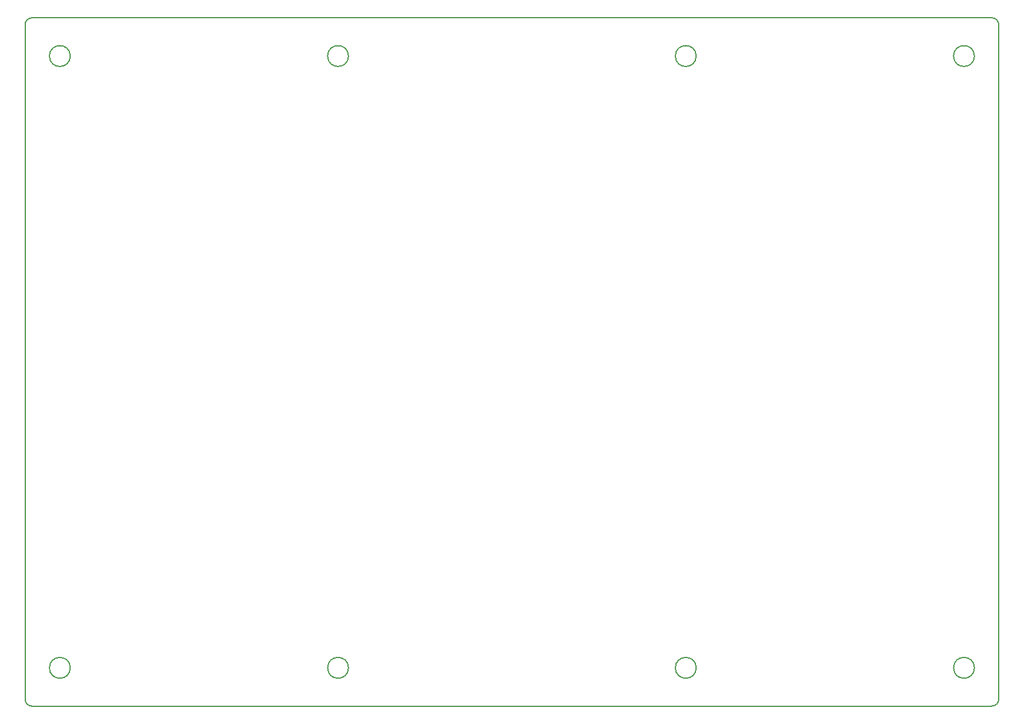
<source format=gbr>
%TF.GenerationSoftware,KiCad,Pcbnew,9.99.0-unknown-b0b07bbc41~182~ubuntu22.04.1*%
%TF.CreationDate,2025-08-08T10:17:54+02:00*%
%TF.ProjectId,CP70_front_flatcable,43503730-5f66-4726-9f6e-745f666c6174,rev?*%
%TF.SameCoordinates,Original*%
%TF.FileFunction,Profile,NP*%
%FSLAX46Y46*%
G04 Gerber Fmt 4.6, Leading zero omitted, Abs format (unit mm)*
G04 Created by KiCad (PCBNEW 9.99.0-unknown-b0b07bbc41~182~ubuntu22.04.1) date 2025-08-08 10:17:54*
%MOMM*%
%LPD*%
G01*
G04 APERTURE LIST*
%TA.AperFunction,Profile*%
%ADD10C,0.200000*%
%TD*%
G04 APERTURE END LIST*
D10*
X120000000Y-136600000D02*
G75*
G02*
X117000000Y-136600000I-1500000J0D01*
G01*
X117000000Y-136600000D02*
G75*
G02*
X120000000Y-136600000I1500000J0D01*
G01*
X213500000Y-141100000D02*
X213500000Y-44100000D01*
X74500000Y-142100000D02*
X212500000Y-142100000D01*
X170000000Y-48600000D02*
G75*
G02*
X167000000Y-48600000I-1500000J0D01*
G01*
X167000000Y-48600000D02*
G75*
G02*
X170000000Y-48600000I1500000J0D01*
G01*
X212500000Y-43100000D02*
X74500000Y-43100000D01*
X74500000Y-142100000D02*
G75*
G02*
X73500000Y-141100000I0J1000000D01*
G01*
X210000000Y-136600000D02*
G75*
G02*
X207000000Y-136600000I-1500000J0D01*
G01*
X207000000Y-136600000D02*
G75*
G02*
X210000000Y-136600000I1500000J0D01*
G01*
X73500000Y-44100000D02*
X73500000Y-141100000D01*
X170000000Y-136600000D02*
G75*
G02*
X167000000Y-136600000I-1500000J0D01*
G01*
X167000000Y-136600000D02*
G75*
G02*
X170000000Y-136600000I1500000J0D01*
G01*
X212500000Y-43100000D02*
G75*
G02*
X213500000Y-44100000I0J-1000000D01*
G01*
X213500000Y-141100000D02*
G75*
G02*
X212500000Y-142100000I-1000000J0D01*
G01*
X120000000Y-48600000D02*
G75*
G02*
X117000000Y-48600000I-1500000J0D01*
G01*
X117000000Y-48600000D02*
G75*
G02*
X120000000Y-48600000I1500000J0D01*
G01*
X80000000Y-48600000D02*
G75*
G02*
X77000000Y-48600000I-1500000J0D01*
G01*
X77000000Y-48600000D02*
G75*
G02*
X80000000Y-48600000I1500000J0D01*
G01*
X80000000Y-136600000D02*
G75*
G02*
X77000000Y-136600000I-1500000J0D01*
G01*
X77000000Y-136600000D02*
G75*
G02*
X80000000Y-136600000I1500000J0D01*
G01*
X210000000Y-48600000D02*
G75*
G02*
X207000000Y-48600000I-1500000J0D01*
G01*
X207000000Y-48600000D02*
G75*
G02*
X210000000Y-48600000I1500000J0D01*
G01*
X73500000Y-44100000D02*
G75*
G02*
X74500000Y-43100000I1000000J0D01*
G01*
M02*

</source>
